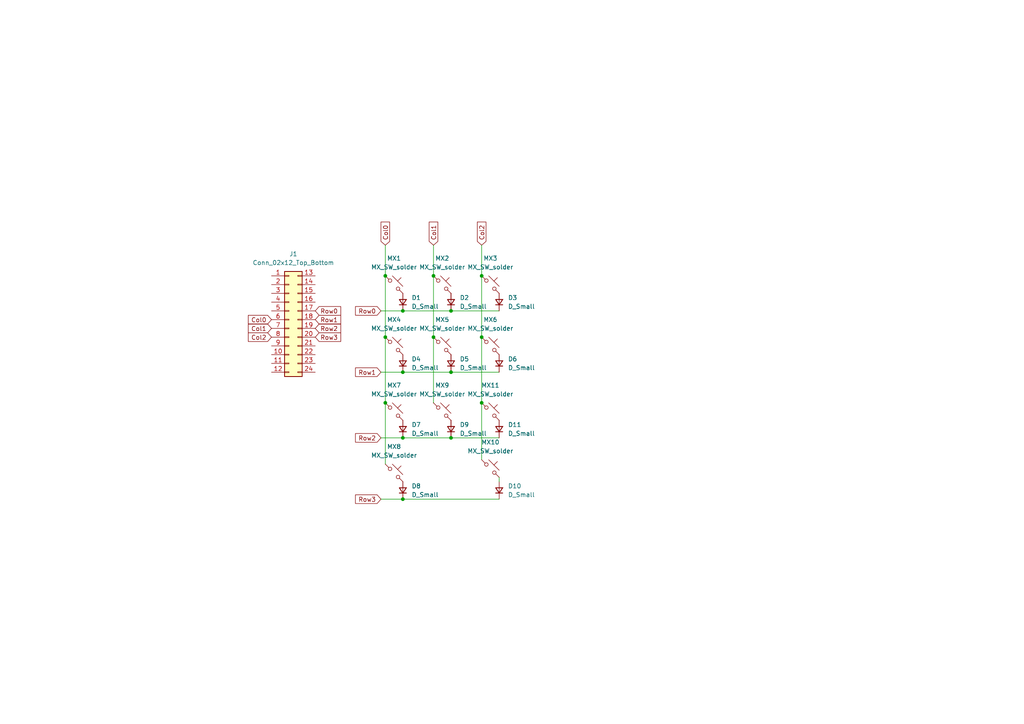
<source format=kicad_sch>
(kicad_sch (version 20230121) (generator eeschema)
  (paper "A4")
  (lib_symbols
    (symbol "Connector_Generic:Conn_02x12_Top_Bottom" (pin_names (offset 1.016) hide)
      (property "Reference" "J" (at 1.27 15.24 0))
      (property "Value" "Conn_02x12_Top_Bottom" (at 1.27 -17.78 0))
      (symbol "Conn_02x12_Top_Bottom_1_1"
        (rectangle (start -1.27 -15.113) (end 0 -15.367) (stroke (width 0.1524)))
        (rectangle (start -1.27 -12.573) (end 0 -12.827) (stroke (width 0.1524)))
        (rectangle (start -1.27 -10.033) (end 0 -10.287) (stroke (width 0.1524)))
        (rectangle (start -1.27 -7.493) (end 0 -7.747) (stroke (width 0.1524)))
        (rectangle (start -1.27 -4.953) (end 0 -5.207) (stroke (width 0.1524)))
        (rectangle (start -1.27 -2.413) (end 0 -2.667) (stroke (width 0.1524)))
        (rectangle (start -1.27 0.127) (end 0 -0.127) (stroke (width 0.1524)))
        (rectangle (start -1.27 2.667) (end 0 2.413) (stroke (width 0.1524)))
        (rectangle (start -1.27 5.207) (end 0 4.953) (stroke (width 0.1524)))
        (rectangle (start -1.27 7.747) (end 0 7.493) (stroke (width 0.1524)))
        (rectangle (start -1.27 10.287) (end 0 10.033) (stroke (width 0.1524)))
        (rectangle (start -1.27 12.827) (end 0 12.573) (stroke (width 0.1524)))
        (rectangle (start -1.27 13.97) (end 3.81 -16.51) (stroke (width 0.254)) (fill (type background)))
        (rectangle (start 3.81 -15.113) (end 2.54 -15.367) (stroke (width 0.1524)))
        (rectangle (start 3.81 -12.573) (end 2.54 -12.827) (stroke (width 0.1524)))
        (rectangle (start 3.81 -10.033) (end 2.54 -10.287) (stroke (width 0.1524)))
        (rectangle (start 3.81 -7.493) (end 2.54 -7.747) (stroke (width 0.1524)))
        (rectangle (start 3.81 -4.953) (end 2.54 -5.207) (stroke (width 0.1524)))
        (rectangle (start 3.81 -2.413) (end 2.54 -2.667) (stroke (width 0.1524)))
        (rectangle (start 3.81 0.127) (end 2.54 -0.127) (stroke (width 0.1524)))
        (rectangle (start 3.81 2.667) (end 2.54 2.413) (stroke (width 0.1524)))
        (rectangle (start 3.81 5.207) (end 2.54 4.953) (stroke (width 0.1524)))
        (rectangle (start 3.81 7.747) (end 2.54 7.493) (stroke (width 0.1524)))
        (rectangle (start 3.81 10.287) (end 2.54 10.033) (stroke (width 0.1524)))
        (rectangle (start 3.81 12.827) (end 2.54 12.573) (stroke (width 0.1524)))
        (pin passive line (at -5.08 12.7 0) (length 3.81) (name "Pin_1") (number "1"))
        (pin passive line (at -5.08 -10.16 0) (length 3.81) (name "Pin_10") (number "10"))
        (pin passive line (at -5.08 -12.7 0) (length 3.81) (name "Pin_11") (number "11"))
        (pin passive line (at -5.08 -15.24 0) (length 3.81) (name "Pin_12") (number "12"))
        (pin passive line (at 7.62 12.7 180) (length 3.81) (name "Pin_13") (number "13"))
        (pin passive line (at 7.62 10.16 180) (length 3.81) (name "Pin_14") (number "14"))
        (pin passive line (at 7.62 7.62 180) (length 3.81) (name "Pin_15") (number "15"))
        (pin passive line (at 7.62 5.08 180) (length 3.81) (name "Pin_16") (number "16"))
        (pin passive line (at 7.62 2.54 180) (length 3.81) (name "Pin_17") (number "17"))
        (pin passive line (at 7.62 0 180) (length 3.81) (name "Pin_18") (number "18"))
        (pin passive line (at 7.62 -2.54 180) (length 3.81) (name "Pin_19") (number "19"))
        (pin passive line (at -5.08 10.16 0) (length 3.81) (name "Pin_2") (number "2"))
        (pin passive line (at 7.62 -5.08 180) (length 3.81) (name "Pin_20") (number "20"))
        (pin passive line (at 7.62 -7.62 180) (length 3.81) (name "Pin_21") (number "21"))
        (pin passive line (at 7.62 -10.16 180) (length 3.81) (name "Pin_22") (number "22"))
        (pin passive line (at 7.62 -12.7 180) (length 3.81) (name "Pin_23") (number "23"))
        (pin passive line (at 7.62 -15.24 180) (length 3.81) (name "Pin_24") (number "24"))
        (pin passive line (at -5.08 7.62 0) (length 3.81) (name "Pin_3") (number "3"))
        (pin passive line (at -5.08 5.08 0) (length 3.81) (name "Pin_4") (number "4"))
        (pin passive line (at -5.08 2.54 0) (length 3.81) (name "Pin_5") (number "5"))
        (pin passive line (at -5.08 0 0) (length 3.81) (name "Pin_6") (number "6"))
        (pin passive line (at -5.08 -2.54 0) (length 3.81) (name "Pin_7") (number "7"))
        (pin passive line (at -5.08 -5.08 0) (length 3.81) (name "Pin_8") (number "8"))
        (pin passive line (at -5.08 -7.62 0) (length 3.81) (name "Pin_9") (number "9"))
      )
    )
    (symbol "Device:D_Small" (pin_numbers hide) (pin_names (offset 0.254) hide)
      (property "Reference" "D" (at -1.27 2.032 0))
      (property "Value" "D_Small" (at -3.81 -2.032 0))
      (symbol "D_Small_0_1"
        (polyline (pts (xy -0.762 -1.016) (xy -0.762 1.016)) (stroke (width 0.254)))
        (polyline (pts (xy -0.762 0) (xy 0.762 0)))
        (polyline (pts (xy 0.762 -1.016) (xy -0.762 0) (xy 0.762 1.016) (xy 0.762 -1.016)) (stroke (width 0.254)))
      )
      (symbol "D_Small_1_1"
        (pin passive line (at -2.54 0 0) (length 1.778) (name "K") (number "1"))
        (pin passive line (at 2.54 0 180) (length 1.778) (name "A") (number "2"))
      )
    )
    (symbol "PCM_marbastlib-mx:MX_SW_solder" (pin_numbers hide) (pin_names (offset 1.016) hide)
      (property "Reference" "MX" (at 3.048 1.016 0))
      (property "Value" "MX_SW_solder" (at 0 -3.81 0))
      (symbol "MX_SW_solder_0_1"
        (circle (center -1.1684 1.1684) (radius 0.508))
        (polyline (pts (xy -0.508 2.54) (xy 2.54 -0.508)))
        (polyline (pts (xy 1.016 1.016) (xy 2.032 2.032)))
        (polyline (pts (xy -2.54 2.54) (xy -1.524 1.524) (xy -1.524 1.524)))
        (polyline (pts (xy 1.524 -1.524) (xy 2.54 -2.54) (xy 2.54 -2.54) (xy 2.54 -2.54)))
        (circle (center 1.143 -1.1938) (radius 0.508))
        (pin passive line (at -2.54 2.54 0) (length 0) (name "1") (number "1"))
        (pin passive line (at 2.54 -2.54 180) (length 0) (name "2") (number "2"))
      )
    )
  )
  (junction (at 116.84 144.78))
  (junction (at 130.81 107.95))
  (junction (at 125.73 97.79))
  (junction (at 111.76 97.79))
  (junction (at 139.7 97.79))
  (junction (at 111.76 116.84))
  (junction (at 116.84 127))
  (junction (at 130.81 90.17))
  (junction (at 139.7 116.84))
  (junction (at 139.7 80.01))
  (junction (at 116.84 107.95))
  (junction (at 125.73 80.01))
  (junction (at 111.76 80.01))
  (junction (at 130.81 127))
  (junction (at 116.84 90.17))
  (wire (pts (xy 139.7 97.79) (xy 139.7 116.84)))
  (wire (pts (xy 125.73 80.01) (xy 125.73 97.79)))
  (wire (pts (xy 110.49 90.17) (xy 116.84 90.17)))
  (wire (pts (xy 110.49 107.95) (xy 116.84 107.95)))
  (wire (pts (xy 139.7 116.84) (xy 139.7 133.35)))
  (wire (pts (xy 139.7 80.01) (xy 139.7 97.79)))
  (wire (pts (xy 139.7 71.12) (xy 139.7 80.01)))
  (wire (pts (xy 116.84 127) (xy 130.81 127)))
  (wire (pts (xy 111.76 71.12) (xy 111.76 80.01)))
  (wire (pts (xy 111.76 80.01) (xy 111.76 97.79)))
  (wire (pts (xy 144.78 139.7) (xy 144.78 138.43)))
  (wire (pts (xy 130.81 107.95) (xy 144.78 107.95)))
  (wire (pts (xy 116.84 90.17) (xy 130.81 90.17)))
  (wire (pts (xy 116.84 144.78) (xy 144.78 144.78)))
  (wire (pts (xy 110.49 127) (xy 116.84 127)))
  (wire (pts (xy 111.76 97.79) (xy 111.76 116.84)))
  (wire (pts (xy 130.81 127) (xy 144.78 127)))
  (wire (pts (xy 125.73 71.12) (xy 125.73 80.01)))
  (wire (pts (xy 125.73 97.79) (xy 125.73 116.84)))
  (wire (pts (xy 116.84 107.95) (xy 130.81 107.95)))
  (wire (pts (xy 111.76 116.84) (xy 111.76 134.62)))
  (wire (pts (xy 110.49 144.78) (xy 116.84 144.78)))
  (wire (pts (xy 130.81 90.17) (xy 144.78 90.17)))
  (global_label "Row3" (shape input) (at 91.44 97.79 0) (property "Intersheetrefs" "${INTERSHEET_REFS}" (effects hide)))
  (global_label "Col2" (shape input) (at 139.7 71.12 90) (property "Intersheetrefs" "${INTERSHEET_REFS}" (effects hide)))
  (global_label "Row1" (shape input) (at 110.49 107.95 180) (property "Intersheetrefs" "${INTERSHEET_REFS}" (effects hide)))
  (global_label "Row0" (shape input) (at 91.44 90.17 0) (property "Intersheetrefs" "${INTERSHEET_REFS}" (effects hide)))
  (global_label "Col2" (shape input) (at 78.74 97.79 180) (property "Intersheetrefs" "${INTERSHEET_REFS}" (effects hide)))
  (global_label "Row1" (shape input) (at 91.44 92.71 0) (property "Intersheetrefs" "${INTERSHEET_REFS}" (effects hide)))
  (global_label "Row3" (shape input) (at 110.49 144.78 180) (property "Intersheetrefs" "${INTERSHEET_REFS}" (effects hide)))
  (global_label "Col1" (shape input) (at 125.73 71.12 90) (property "Intersheetrefs" "${INTERSHEET_REFS}" (effects hide)))
  (global_label "Col0" (shape input) (at 78.74 92.71 180) (property "Intersheetrefs" "${INTERSHEET_REFS}" (effects hide)))
  (global_label "Row0" (shape input) (at 110.49 90.17 180) (property "Intersheetrefs" "${INTERSHEET_REFS}" (effects hide)))
  (global_label "Col1" (shape input) (at 78.74 95.25 180) (property "Intersheetrefs" "${INTERSHEET_REFS}" (effects hide)))
  (global_label "Row2" (shape input) (at 91.44 95.25 0) (property "Intersheetrefs" "${INTERSHEET_REFS}" (effects hide)))
  (global_label "Col0" (shape input) (at 111.76 71.12 90) (property "Intersheetrefs" "${INTERSHEET_REFS}" (effects hide)))
  (global_label "Row2" (shape input) (at 110.49 127 180) (property "Intersheetrefs" "${INTERSHEET_REFS}" (effects hide)))
  (symbol (lib_id "Device:D_Small") (at 116.84 87.63 90) (unit 1)
    (property "Reference" "D1" (at 119.38 86.36 90) (effects (justify right)))
    (property "Value" "D_Small" (at 119.38 88.9 90) (effects (justify right)))
    (property "Footprint" "Diode_SMD:D_SOD-123" (effects hide))
    (property "Sim.Device" "D" (effects hide))
    (property "Sim.Pins" "1=K 2=A" (effects hide))
  )
  (symbol (lib_id "Device:D_Small") (at 116.84 124.46 90) (unit 1)
    (property "Reference" "D7" (at 119.38 123.19 90) (effects (justify right)))
    (property "Value" "D_Small" (at 119.38 125.73 90) (effects (justify right)))
    (property "Footprint" "Diode_SMD:D_SOD-123" (effects hide))
    (property "Sim.Device" "D" (effects hide))
    (property "Sim.Pins" "1=K 2=A" (effects hide))
  )
  (symbol (lib_id "Device:D_Small") (at 116.84 105.41 90) (unit 1)
    (property "Reference" "D4" (at 119.38 104.14 90) (effects (justify right)))
    (property "Value" "D_Small" (at 119.38 106.68 90) (effects (justify right)))
    (property "Footprint" "Diode_SMD:D_SOD-123" (effects hide))
    (property "Sim.Device" "D" (effects hide))
    (property "Sim.Pins" "1=K 2=A" (effects hide))
  )
  (symbol (lib_id "PCM_marbastlib-mx:MX_SW_solder") (at 128.27 82.55 0) (unit 1)
    (property "Reference" "MX2" (at 128.27 74.93 0))
    (property "Value" "MX_SW_solder" (at 128.27 77.47 0))
    (property "Footprint" "PCM_marbastlib-mx:SW_MX_1u" (effects hide))
  )
  (symbol (lib_id "Device:D_Small") (at 130.81 124.46 90) (unit 1)
    (property "Reference" "D9" (at 133.35 123.19 90) (effects (justify right)))
    (property "Value" "D_Small" (at 133.35 125.73 90) (effects (justify right)))
    (property "Footprint" "Diode_SMD:D_SOD-123" (effects hide))
    (property "Sim.Device" "D" (effects hide))
    (property "Sim.Pins" "1=K 2=A" (effects hide))
  )
  (symbol (lib_id "PCM_marbastlib-mx:MX_SW_solder") (at 142.24 100.33 0) (unit 1)
    (property "Reference" "MX6" (at 142.24 92.71 0))
    (property "Value" "MX_SW_solder" (at 142.24 95.25 0))
    (property "Footprint" "PCM_marbastlib-mx:SW_MX_1u" (effects hide))
  )
  (symbol (lib_id "PCM_marbastlib-mx:MX_SW_solder") (at 142.24 82.55 0) (unit 1)
    (property "Reference" "MX3" (at 142.24 74.93 0))
    (property "Value" "MX_SW_solder" (at 142.24 77.47 0))
    (property "Footprint" "PCM_marbastlib-mx:SW_MX_1u" (effects hide))
  )
  (symbol (lib_id "PCM_marbastlib-mx:MX_SW_solder") (at 114.3 100.33 0) (unit 1)
    (property "Reference" "MX4" (at 114.3 92.71 0))
    (property "Value" "MX_SW_solder" (at 114.3 95.25 0))
    (property "Footprint" "PCM_marbastlib-mx:SW_MX_1u" (effects hide))
  )
  (symbol (lib_id "PCM_marbastlib-mx:MX_SW_solder") (at 142.24 119.38 0) (unit 1)
    (property "Reference" "MX11" (at 142.24 111.76 0))
    (property "Value" "MX_SW_solder" (at 142.24 114.3 0))
    (property "Footprint" "PCM_marbastlib-mx:SW_MX_1u" (effects hide))
  )
  (symbol (lib_id "Device:D_Small") (at 130.81 87.63 90) (unit 1)
    (property "Reference" "D2" (at 133.35 86.36 90) (effects (justify right)))
    (property "Value" "D_Small" (at 133.35 88.9 90) (effects (justify right)))
    (property "Footprint" "Diode_SMD:D_SOD-123" (effects hide))
    (property "Sim.Device" "D" (effects hide))
    (property "Sim.Pins" "1=K 2=A" (effects hide))
  )
  (symbol (lib_id "Connector_Generic:Conn_02x12_Top_Bottom") (at 83.82 92.71 0) (unit 1)
    (property "Reference" "J1" (at 85.09 73.66 0))
    (property "Value" "Conn_02x12_Top_Bottom" (at 85.09 76.2 0))
    (property "Footprint" "PCM_marbastlib-xp-promicroish:ProMicro_USBup" (effects hide))
  )
  (symbol (lib_id "PCM_marbastlib-mx:MX_SW_solder") (at 114.3 82.55 0) (unit 1)
    (property "Reference" "MX1" (at 114.3 74.93 0))
    (property "Value" "MX_SW_solder" (at 114.3 77.47 0))
    (property "Footprint" "PCM_marbastlib-mx:SW_MX_1u" (effects hide))
  )
  (symbol (lib_id "PCM_marbastlib-mx:MX_SW_solder") (at 114.3 137.16 0) (unit 1)
    (property "Reference" "MX8" (at 114.3 129.54 0))
    (property "Value" "MX_SW_solder" (at 114.3 132.08 0))
    (property "Footprint" "PCM_marbastlib-mx:SW_MX_1.5u" (effects hide))
  )
  (symbol (lib_id "Device:D_Small") (at 144.78 87.63 90) (unit 1)
    (property "Reference" "D3" (at 147.32 86.36 90) (effects (justify right)))
    (property "Value" "D_Small" (at 147.32 88.9 90) (effects (justify right)))
    (property "Footprint" "Diode_SMD:D_SOD-123" (effects hide))
    (property "Sim.Device" "D" (effects hide))
    (property "Sim.Pins" "1=K 2=A" (effects hide))
  )
  (symbol (lib_id "PCM_marbastlib-mx:MX_SW_solder") (at 128.27 119.38 0) (unit 1)
    (property "Reference" "MX9" (at 128.27 111.76 0))
    (property "Value" "MX_SW_solder" (at 128.27 114.3 0))
    (property "Footprint" "PCM_marbastlib-mx:SW_MX_1u" (effects hide))
  )
  (symbol (lib_id "PCM_marbastlib-mx:MX_SW_solder") (at 128.27 100.33 0) (unit 1)
    (property "Reference" "MX5" (at 128.27 92.71 0))
    (property "Value" "MX_SW_solder" (at 128.27 95.25 0))
    (property "Footprint" "PCM_marbastlib-mx:SW_MX_1u" (effects hide))
  )
  (symbol (lib_id "Device:D_Small") (at 144.78 124.46 90) (unit 1)
    (property "Reference" "D11" (at 147.32 123.19 90) (effects (justify right)))
    (property "Value" "D_Small" (at 147.32 125.73 90) (effects (justify right)))
    (property "Footprint" "Diode_SMD:D_SOD-123" (effects hide))
    (property "Sim.Device" "D" (effects hide))
    (property "Sim.Pins" "1=K 2=A" (effects hide))
  )
  (symbol (lib_id "Device:D_Small") (at 144.78 105.41 90) (unit 1)
    (property "Reference" "D6" (at 147.32 104.14 90) (effects (justify right)))
    (property "Value" "D_Small" (at 147.32 106.68 90) (effects (justify right)))
    (property "Footprint" "Diode_SMD:D_SOD-123" (effects hide))
    (property "Sim.Device" "D" (effects hide))
    (property "Sim.Pins" "1=K 2=A" (effects hide))
  )
  (symbol (lib_id "PCM_marbastlib-mx:MX_SW_solder") (at 114.3 119.38 0) (unit 1)
    (property "Reference" "MX7" (at 114.3 111.76 0))
    (property "Value" "MX_SW_solder" (at 114.3 114.3 0))
    (property "Footprint" "PCM_marbastlib-mx:SW_MX_1u" (effects hide))
  )
  (symbol (lib_id "Device:D_Small") (at 130.81 105.41 90) (unit 1)
    (property "Reference" "D5" (at 133.35 104.14 90) (effects (justify right)))
    (property "Value" "D_Small" (at 133.35 106.68 90) (effects (justify right)))
    (property "Footprint" "Diode_SMD:D_SOD-123" (effects hide))
    (property "Sim.Device" "D" (effects hide))
    (property "Sim.Pins" "1=K 2=A" (effects hide))
  )
  (symbol (lib_id "Device:D_Small") (at 116.84 142.24 90) (unit 1)
    (property "Reference" "D8" (at 119.38 140.97 90) (effects (justify right)))
    (property "Value" "D_Small" (at 119.38 143.51 90) (effects (justify right)))
    (property "Footprint" "Diode_SMD:D_SOD-123" (effects hide))
    (property "Sim.Device" "D" (effects hide))
    (property "Sim.Pins" "1=K 2=A" (effects hide))
  )
  (symbol (lib_id "Device:D_Small") (at 144.78 142.24 90) (unit 1)
    (property "Reference" "D10" (at 147.32 140.97 90) (effects (justify right)))
    (property "Value" "D_Small" (at 147.32 143.51 90) (effects (justify right)))
    (property "Footprint" "Diode_SMD:D_SOD-123" (effects hide))
    (property "Sim.Device" "D" (effects hide))
    (property "Sim.Pins" "1=K 2=A" (effects hide))
  )
  (symbol (lib_id "PCM_marbastlib-mx:MX_SW_solder") (at 142.24 135.89 0) (unit 1)
    (property "Reference" "MX10" (at 142.24 128.27 0))
    (property "Value" "MX_SW_solder" (at 142.24 130.81 0))
    (property "Footprint" "PCM_marbastlib-mx:SW_MX_1.5u" (effects hide))
  )
)
</source>
